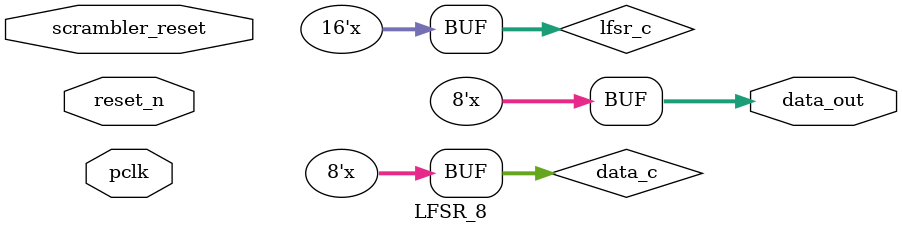
<source format=v>
module LFSR_8(scrambler_reset, reset_n, pclk, data_out);

  input scrambler_reset, reset_n, pclk;
  
  output wire [7:0] data_out;

  reg [15:0] lfsr_q, lfsr_c;
  reg [7:0] data_c;

  always @(*) begin

	if(scrambler_reset)
      lfsr_q <= 16'hFFFF;

    lfsr_c[0] = lfsr_q[ 8];
    lfsr_c[1] = lfsr_q[ 9];
    lfsr_c[2] = lfsr_q[10];
    lfsr_c[3] = lfsr_q[ 8] ^ lfsr_q[11];
    lfsr_c[4] = lfsr_q[ 8] ^ lfsr_q[ 9] ^ lfsr_q[12];
    lfsr_c[5] = lfsr_q[ 8] ^ lfsr_q[ 9] ^ lfsr_q[10] ^ lfsr_q[13];
    lfsr_c[6] = lfsr_q[ 9] ^ lfsr_q[10] ^ lfsr_q[11] ^ lfsr_q[14];
    lfsr_c[7] = lfsr_q[10] ^ lfsr_q[11] ^ lfsr_q[12] ^ lfsr_q[15];
    lfsr_c[8] = lfsr_q[ 0] ^ lfsr_q[11] ^ lfsr_q[12] ^ lfsr_q[13];
    lfsr_c[9] = lfsr_q[ 1] ^ lfsr_q[12] ^ lfsr_q[13] ^ lfsr_q[14];
    lfsr_c[10] = lfsr_q[2] ^ lfsr_q[13] ^ lfsr_q[14] ^ lfsr_q[15];
    lfsr_c[11] = lfsr_q[3] ^ lfsr_q[14] ^ lfsr_q[15];
    lfsr_c[12] = lfsr_q[4] ^ lfsr_q[15];
    lfsr_c[13] = lfsr_q[5];
    lfsr_c[14] = lfsr_q[6];
    lfsr_c[15] = lfsr_q[7];

    data_c[0] = lfsr_q[15];
    data_c[1] = lfsr_q[14];
    data_c[2] = lfsr_q[13];
    data_c[3] = lfsr_q[12];
    data_c[4] = lfsr_q[11];
    data_c[5] = lfsr_q[10];
    data_c[6] = lfsr_q[9];
    data_c[7] = lfsr_q[8];

  end

  always @(posedge pclk or negedge reset_n)
    if(~reset_n) 
      lfsr_q <= 16'hFFFF; 
    else
      lfsr_q <= lfsr_c ;

	assign data_out = data_c;

endmodule
</source>
